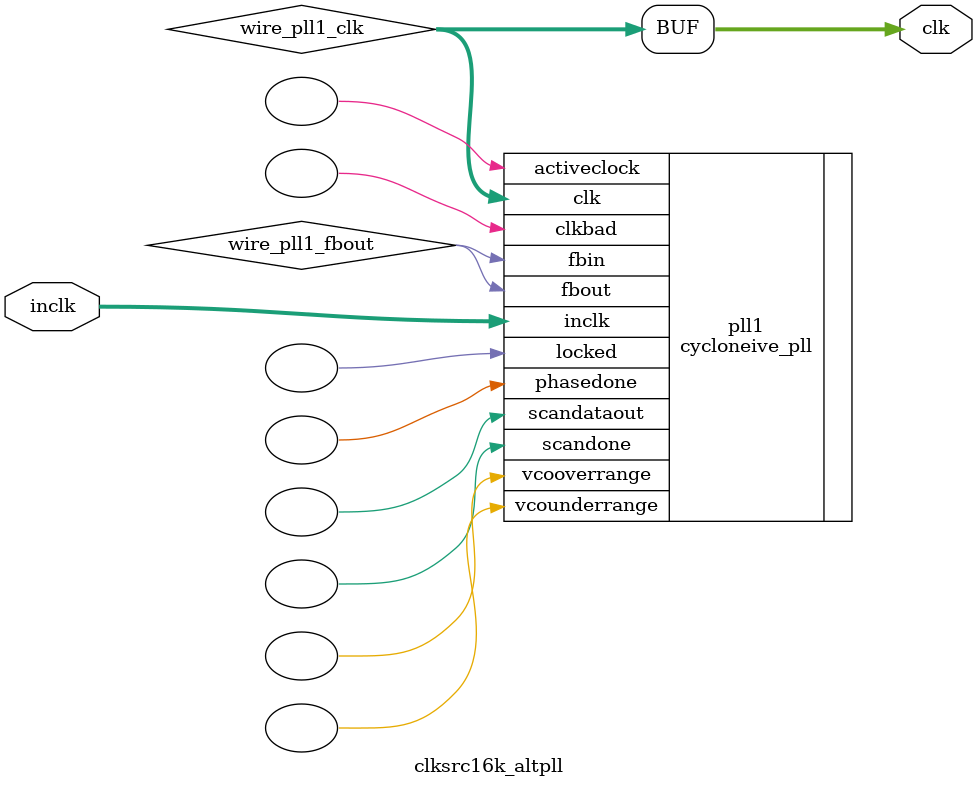
<source format=v>






//synthesis_resources = cycloneive_pll 1 
//synopsys translate_off
`timescale 1 ps / 1 ps
//synopsys translate_on
module  clksrc16k_altpll
	( 
	clk,
	inclk) /* synthesis synthesis_clearbox=1 */;
	output   [4:0]  clk;
	input   [1:0]  inclk;
`ifndef ALTERA_RESERVED_QIS
// synopsys translate_off
`endif
	tri0   [1:0]  inclk;
`ifndef ALTERA_RESERVED_QIS
// synopsys translate_on
`endif

	wire  [4:0]   wire_pll1_clk;
	wire  wire_pll1_fbout;

	cycloneive_pll   pll1
	( 
	.activeclock(),
	.clk(wire_pll1_clk),
	.clkbad(),
	.fbin(wire_pll1_fbout),
	.fbout(wire_pll1_fbout),
	.inclk(inclk),
	.locked(),
	.phasedone(),
	.scandataout(),
	.scandone(),
	.vcooverrange(),
	.vcounderrange()
	`ifndef FORMAL_VERIFICATION
	// synopsys translate_off
	`endif
	,
	.areset(1'b0),
	.clkswitch(1'b0),
	.configupdate(1'b0),
	.pfdena(1'b1),
	.phasecounterselect({3{1'b0}}),
	.phasestep(1'b0),
	.phaseupdown(1'b0),
	.scanclk(1'b0),
	.scanclkena(1'b1),
	.scandata(1'b0)
	`ifndef FORMAL_VERIFICATION
	// synopsys translate_on
	`endif
	);
	defparam
		pll1.bandwidth_type = "auto",
		pll1.clk0_divide_by = 3125,
		pll1.clk0_duty_cycle = 50,
		pll1.clk0_multiply_by = 1,
		pll1.clk0_phase_shift = "0",
		pll1.compensate_clock = "clk0",
		pll1.inclk0_input_frequency = 20000,
		pll1.operation_mode = "normal",
		pll1.pll_type = "auto",
		pll1.lpm_type = "cycloneive_pll";
	assign
		clk = {wire_pll1_clk[4:0]};
endmodule //clksrc16k_altpll
//VALID FILE

</source>
